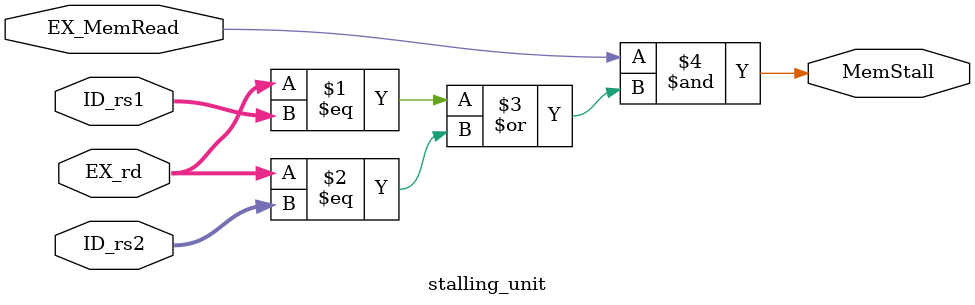
<source format=v>
module stalling_unit

	(
		input					EX_MemRead,
		input		[4:0]		EX_rd,
		input		[4:0]		ID_rs1,
		input		[4:0]		ID_rs2,
		output				MemStall
	);
	
	assign MemStall = EX_MemRead & (EX_rd == ID_rs1 | EX_rd == ID_rs2);

endmodule	
</source>
